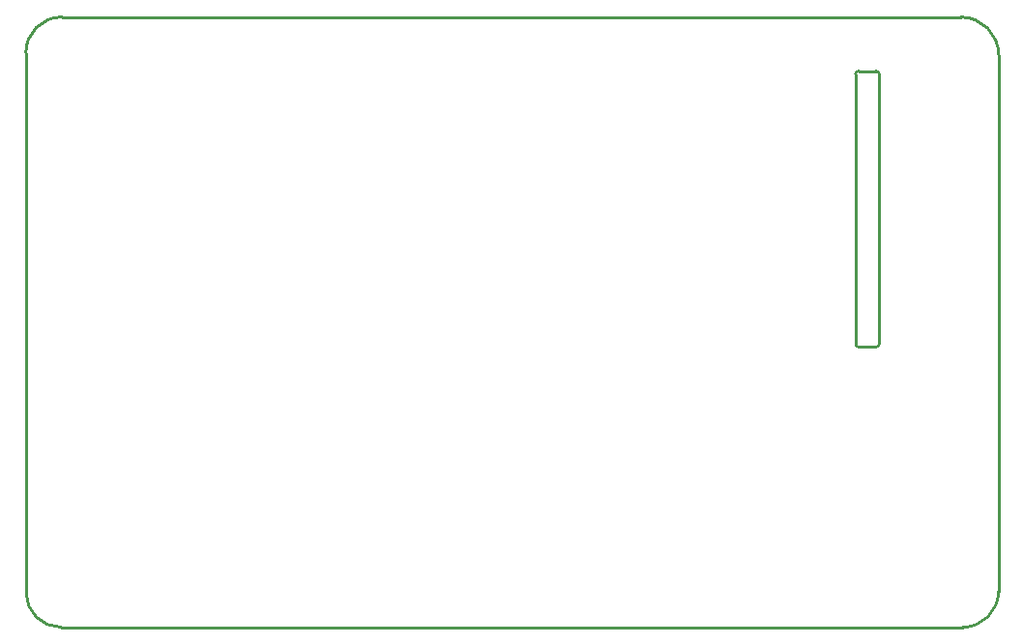
<source format=gko>
%FSLAX25Y25*%
%MOIN*%
G70*
G01*
G75*
G04 Layer_Color=16711935*
%ADD10C,0.00866*%
%ADD11R,0.07087X0.03937*%
G04:AMPARAMS|DCode=12|XSize=31.5mil|YSize=66.93mil|CornerRadius=0mil|HoleSize=0mil|Usage=FLASHONLY|Rotation=45.000|XOffset=0mil|YOffset=0mil|HoleType=Round|Shape=Rectangle|*
%AMROTATEDRECTD12*
4,1,4,0.01253,-0.03480,-0.03480,0.01253,-0.01253,0.03480,0.03480,-0.01253,0.01253,-0.03480,0.0*
%
%ADD12ROTATEDRECTD12*%

%ADD13R,0.01654X0.02362*%
%ADD14R,0.03543X0.02756*%
%ADD15R,0.02756X0.02362*%
%ADD16R,0.02756X0.03937*%
%ADD17R,0.07402X0.06614*%
%ADD18O,0.01575X0.06299*%
%ADD19R,0.04331X0.03937*%
%ADD20R,0.01575X0.01575*%
%ADD21R,0.02362X0.01654*%
G04:AMPARAMS|DCode=22|XSize=31.5mil|YSize=66.93mil|CornerRadius=0mil|HoleSize=0mil|Usage=FLASHONLY|Rotation=135.000|XOffset=0mil|YOffset=0mil|HoleType=Round|Shape=Rectangle|*
%AMROTATEDRECTD22*
4,1,4,0.03480,0.01253,-0.01253,-0.03480,-0.03480,-0.01253,0.01253,0.03480,0.03480,0.01253,0.0*
%
%ADD22ROTATEDRECTD22*%

%ADD23R,0.03543X0.02362*%
%ADD24R,0.02362X0.03543*%
%ADD25R,0.03937X0.04331*%
%ADD26C,0.02000*%
%ADD27C,0.01200*%
%ADD28C,0.01000*%
%ADD29C,0.02500*%
%ADD30C,0.05000*%
%ADD31C,0.00800*%
%ADD32C,0.03000*%
%ADD33C,0.01500*%
%ADD34C,0.04200*%
%ADD35C,0.06000*%
%ADD36C,0.07874*%
%ADD37C,0.03937*%
%ADD38R,0.03937X0.03937*%
%ADD39C,0.02600*%
%ADD40C,0.03000*%
%ADD41C,0.02400*%
%ADD42C,0.03400*%
%ADD43C,0.05000*%
%ADD44C,0.04000*%
%ADD45C,0.04900*%
G04:AMPARAMS|DCode=46|XSize=65mil|YSize=65mil|CornerRadius=0mil|HoleSize=0mil|Usage=FLASHONLY|Rotation=0.000|XOffset=0mil|YOffset=0mil|HoleType=Round|Shape=Relief|Width=8mil|Gap=10mil|Entries=4|*
%AMTHD46*
7,0,0,0.06500,0.04500,0.00800,45*
%
%ADD46THD46*%
%ADD47C,0.06400*%
%ADD48C,0.08306*%
%ADD49C,0.04762*%
G04:AMPARAMS|DCode=50|XSize=63.622mil|YSize=63.622mil|CornerRadius=0mil|HoleSize=0mil|Usage=FLASHONLY|Rotation=0.000|XOffset=0mil|YOffset=0mil|HoleType=Round|Shape=Relief|Width=8mil|Gap=10mil|Entries=4|*
%AMTHD50*
7,0,0,0.06362,0.04362,0.00800,45*
%
%ADD50THD50*%
G04:AMPARAMS|DCode=51|XSize=80mil|YSize=80mil|CornerRadius=0mil|HoleSize=0mil|Usage=FLASHONLY|Rotation=0.000|XOffset=0mil|YOffset=0mil|HoleType=Round|Shape=Relief|Width=8mil|Gap=10mil|Entries=4|*
%AMTHD51*
7,0,0,0.08000,0.06000,0.00800,45*
%
%ADD51THD51*%
G04:AMPARAMS|DCode=52|XSize=50mil|YSize=50mil|CornerRadius=0mil|HoleSize=0mil|Usage=FLASHONLY|Rotation=0.000|XOffset=0mil|YOffset=0mil|HoleType=Round|Shape=Relief|Width=8mil|Gap=10mil|Entries=4|*
%AMTHD52*
7,0,0,0.05000,0.03000,0.00800,45*
%
%ADD52THD52*%
%ADD53C,0.04000*%
G04:AMPARAMS|DCode=54|XSize=56mil|YSize=56mil|CornerRadius=0mil|HoleSize=0mil|Usage=FLASHONLY|Rotation=0.000|XOffset=0mil|YOffset=0mil|HoleType=Round|Shape=Relief|Width=8mil|Gap=10mil|Entries=4|*
%AMTHD54*
7,0,0,0.05600,0.03600,0.00800,45*
%
%ADD54THD54*%
%ADD55C,0.03200*%
%ADD56C,0.04400*%
%ADD57C,0.05200*%
%ADD58R,0.03543X0.04724*%
%ADD59R,0.07087X0.03937*%
%ADD60R,0.01102X0.01969*%
%ADD61R,0.02362X0.05512*%
%ADD62R,0.02165X0.01181*%
%ADD63R,0.01969X0.03386*%
%ADD64R,0.02559X0.02559*%
%ADD65R,0.01882X0.01181*%
%ADD66R,0.01575X0.03622*%
%ADD67R,0.05118X0.00984*%
%ADD68O,0.05118X0.00984*%
%ADD69R,0.08661X0.07087*%
%ADD70R,0.09843X0.13780*%
%ADD71R,0.01181X0.03150*%
%ADD72R,0.03642X0.01181*%
%ADD73R,0.03422X0.01181*%
%ADD74C,0.00787*%
%ADD75R,0.20276X0.20276*%
%ADD76O,0.03347X0.01102*%
%ADD77O,0.01102X0.03347*%
%ADD78R,0.01102X0.03347*%
%ADD79R,0.03543X0.06299*%
%ADD80R,0.01969X0.02362*%
%ADD81R,0.02756X0.03543*%
%ADD82R,0.02362X0.01969*%
%ADD83R,0.01969X0.01102*%
%ADD84R,0.01575X0.01575*%
%ADD85C,0.00900*%
%ADD86C,0.00600*%
%ADD87P,0.02895X4X90.0*%
%ADD88C,0.00394*%
%ADD89C,0.00500*%
%ADD90C,0.00984*%
%ADD91C,0.00787*%
%ADD92C,0.00300*%
%ADD93C,0.00421*%
%ADD94C,0.00420*%
%ADD95C,0.00417*%
%ADD96C,0.01466*%
%ADD97R,0.07687X0.04537*%
G04:AMPARAMS|DCode=98|XSize=37.5mil|YSize=72.93mil|CornerRadius=0mil|HoleSize=0mil|Usage=FLASHONLY|Rotation=45.000|XOffset=0mil|YOffset=0mil|HoleType=Round|Shape=Rectangle|*
%AMROTATEDRECTD98*
4,1,4,0.01253,-0.03904,-0.03904,0.01253,-0.01253,0.03904,0.03904,-0.01253,0.01253,-0.03904,0.0*
%
%ADD98ROTATEDRECTD98*%

%ADD99R,0.02254X0.02962*%
%ADD100R,0.04143X0.03356*%
%ADD101R,0.03356X0.02962*%
%ADD102R,0.03356X0.04537*%
%ADD103R,0.08002X0.07214*%
%ADD104O,0.02175X0.06899*%
%ADD105R,0.04931X0.04537*%
%ADD106R,0.02175X0.02175*%
%ADD107R,0.02962X0.02254*%
G04:AMPARAMS|DCode=108|XSize=37.5mil|YSize=72.93mil|CornerRadius=0mil|HoleSize=0mil|Usage=FLASHONLY|Rotation=135.000|XOffset=0mil|YOffset=0mil|HoleType=Round|Shape=Rectangle|*
%AMROTATEDRECTD108*
4,1,4,0.03904,0.01253,-0.01253,-0.03904,-0.03904,-0.01253,0.01253,0.03904,0.03904,0.01253,0.0*
%
%ADD108ROTATEDRECTD108*%

%ADD109R,0.04143X0.02962*%
%ADD110R,0.02962X0.04143*%
%ADD111R,0.04537X0.04931*%
%ADD112C,0.04800*%
%ADD113C,0.06600*%
%ADD114C,0.04537*%
%ADD115R,0.04537X0.04537*%
%ADD116R,0.04143X0.05324*%
%ADD117R,0.07687X0.04537*%
%ADD118R,0.01702X0.02569*%
%ADD119R,0.02962X0.06112*%
%ADD120R,0.02765X0.01781*%
%ADD121R,0.02569X0.03986*%
%ADD122R,0.03159X0.03159*%
%ADD123R,0.02482X0.01781*%
%ADD124R,0.02175X0.04222*%
%ADD125R,0.05718X0.01584*%
%ADD126O,0.05718X0.01584*%
%ADD127R,0.09261X0.07687*%
%ADD128R,0.10443X0.14379*%
%ADD129R,0.01781X0.03750*%
%ADD130R,0.04242X0.01781*%
%ADD131R,0.04022X0.01781*%
%ADD132R,0.20876X0.20876*%
%ADD133O,0.03947X0.01702*%
%ADD134O,0.01702X0.03947*%
%ADD135R,0.01702X0.03947*%
%ADD136R,0.04143X0.06899*%
%ADD137R,0.02569X0.02962*%
%ADD138R,0.03356X0.04143*%
%ADD139R,0.02962X0.02569*%
%ADD140R,0.02569X0.01702*%
%ADD141R,0.02175X0.02175*%
%ADD142C,0.08474*%
%ADD143C,0.01181*%
%ADD144C,0.00700*%
D28*
X-997Y10999D02*
G03*
X11002Y-1000I11999J0D01*
G01*
X11251Y209662D02*
G03*
X-1065Y197346I0J-12316D01*
G01*
X321879Y-1000D02*
G03*
X334251Y11372I0J12372D01*
G01*
X334268Y196665D02*
G03*
X321271Y209662I-12997J0D01*
G01*
X293138Y190000D02*
G03*
X292000Y191000I-1069J-69D01*
G01*
X286000Y191000D02*
G03*
X285000Y190000I0J-1000D01*
G01*
X285000Y96872D02*
G03*
X286017Y95727I1081J-64D01*
G01*
X292121D02*
G03*
X293138Y97000I-128J1145D01*
G01*
X-1000Y12314D02*
Y196000D01*
X11002Y-1000D02*
X321879D01*
X11251Y209662D02*
X321271D01*
X334268Y11372D02*
Y196665D01*
X-997Y10999D02*
Y12311D01*
X-1000Y12314D02*
X-997Y12311D01*
X-1000Y196000D02*
Y197281D01*
X-1065Y197346D02*
X-1000Y197281D01*
X287035Y95727D02*
X291104D01*
X285000Y96745D02*
Y97000D01*
X293138Y97762D02*
Y190000D01*
Y97000D02*
Y97762D01*
X290000Y95727D02*
X292121D01*
X286017D02*
X287035D01*
X285000Y96745D02*
Y190000D01*
X286000Y191000D02*
X292138D01*
M02*

</source>
